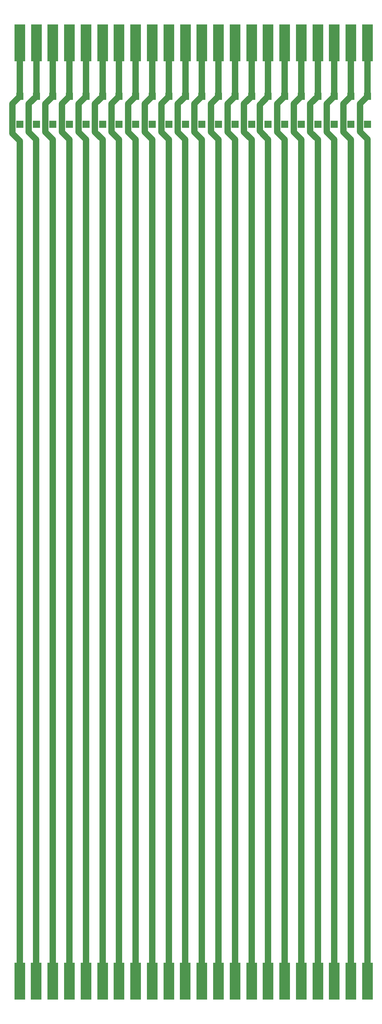
<source format=gbr>
%TF.GenerationSoftware,KiCad,Pcbnew,8.0.2*%
%TF.CreationDate,2024-05-25T21:42:51+02:00*%
%TF.ProjectId,Extender_44pin,45787465-6e64-4657-925f-343470696e2e,rev?*%
%TF.SameCoordinates,Original*%
%TF.FileFunction,Copper,L2,Bot*%
%TF.FilePolarity,Positive*%
%FSLAX46Y46*%
G04 Gerber Fmt 4.6, Leading zero omitted, Abs format (unit mm)*
G04 Created by KiCad (PCBNEW 8.0.2) date 2024-05-25 21:42:51*
%MOMM*%
%LPD*%
G01*
G04 APERTURE LIST*
%TA.AperFunction,ComponentPad*%
%ADD10R,1.700000X1.700000*%
%TD*%
%TA.AperFunction,SMDPad,CuDef*%
%ADD11R,2.600000X8.800000*%
%TD*%
%TA.AperFunction,Conductor*%
%ADD12C,1.500000*%
%TD*%
G04 APERTURE END LIST*
D10*
%TO.P,J7,1,Pin_1*%
%TO.N,/E*%
X122540000Y-58970000D03*
%TD*%
%TO.P,J12,1,Pin_1*%
%TO.N,/L*%
X142340000Y-58970000D03*
%TD*%
%TO.P,J37,1,Pin_1*%
%TO.N,/15*%
X162140000Y-65680000D03*
%TD*%
D11*
%TO.P,J1,A,Pin_A*%
%TO.N,/A*%
X106700000Y-46140000D03*
%TO.P,J1,B,Pin_B*%
%TO.N,/B*%
X110660000Y-46140000D03*
%TO.P,J1,C,Pin_C*%
%TO.N,/C*%
X114620000Y-46140000D03*
%TO.P,J1,D,Pin_D*%
%TO.N,/D*%
X118580000Y-46140000D03*
%TO.P,J1,E,Pin_E*%
%TO.N,/E*%
X122540000Y-46140000D03*
%TO.P,J1,F,Pin_F*%
%TO.N,/F*%
X126500000Y-46140000D03*
%TO.P,J1,H,Pin_H*%
%TO.N,/H*%
X130460000Y-46140000D03*
%TO.P,J1,J,Pin_J*%
%TO.N,/J*%
X134420000Y-46140000D03*
%TO.P,J1,K,Pin_K*%
%TO.N,/K*%
X138380000Y-46140000D03*
%TO.P,J1,L,Pin_L*%
%TO.N,/L*%
X142340000Y-46140000D03*
%TO.P,J1,M,Pin_M*%
%TO.N,/M*%
X146300000Y-46140000D03*
%TO.P,J1,N,Pin_N*%
%TO.N,/N*%
X150260000Y-46140000D03*
%TO.P,J1,P,Pin_P*%
%TO.N,/P*%
X154220000Y-46140000D03*
%TO.P,J1,R,Pin_R*%
%TO.N,/R*%
X158180000Y-46140000D03*
%TO.P,J1,S,Pin_S*%
%TO.N,/S*%
X162140000Y-46140000D03*
%TO.P,J1,T,Pin_T*%
%TO.N,/T*%
X166100000Y-46140000D03*
%TO.P,J1,U,Pin_U*%
%TO.N,/U*%
X170060000Y-46140000D03*
%TO.P,J1,V,Pin_V*%
%TO.N,/V*%
X174020000Y-46140000D03*
%TO.P,J1,W,Pin_W*%
%TO.N,/W*%
X177980000Y-46140000D03*
%TO.P,J1,X,Pin_X*%
%TO.N,/X*%
X181940000Y-46140000D03*
%TO.P,J1,Y,Pin_Y*%
%TO.N,/Y*%
X185900000Y-46140000D03*
%TO.P,J1,Z,Pin_Z*%
%TO.N,/Z*%
X189860000Y-46140000D03*
%TD*%
D10*
%TO.P,J24,1,Pin_1*%
%TO.N,/2*%
X110660000Y-65680000D03*
%TD*%
%TO.P,J18,1,Pin_1*%
%TO.N,/T*%
X166100000Y-58970000D03*
%TD*%
D11*
%TO.P,J2,A,Pin_A*%
%TO.N,/A*%
X106690000Y-270560000D03*
%TO.P,J2,B,Pin_B*%
%TO.N,/B*%
X110650000Y-270560000D03*
%TO.P,J2,C,Pin_C*%
%TO.N,/C*%
X114610000Y-270560000D03*
%TO.P,J2,D,Pin_D*%
%TO.N,/D*%
X118570000Y-270560000D03*
%TO.P,J2,E,Pin_E*%
%TO.N,/E*%
X122530000Y-270560000D03*
%TO.P,J2,F,Pin_F*%
%TO.N,/F*%
X126490000Y-270560000D03*
%TO.P,J2,H,Pin_H*%
%TO.N,/H*%
X130450000Y-270560000D03*
%TO.P,J2,J,Pin_J*%
%TO.N,/J*%
X134410000Y-270560000D03*
%TO.P,J2,K,Pin_K*%
%TO.N,/K*%
X138370000Y-270560000D03*
%TO.P,J2,L,Pin_L*%
%TO.N,/L*%
X142330000Y-270560000D03*
%TO.P,J2,M,Pin_M*%
%TO.N,/M*%
X146290000Y-270560000D03*
%TO.P,J2,N,Pin_N*%
%TO.N,/N*%
X150250000Y-270560000D03*
%TO.P,J2,P,Pin_P*%
%TO.N,/P*%
X154210000Y-270560000D03*
%TO.P,J2,R,Pin_R*%
%TO.N,/R*%
X158170000Y-270560000D03*
%TO.P,J2,S,Pin_S*%
%TO.N,/S*%
X162130000Y-270560000D03*
%TO.P,J2,T,Pin_T*%
%TO.N,/T*%
X166090000Y-270560000D03*
%TO.P,J2,U,Pin_U*%
%TO.N,/U*%
X170050000Y-270560000D03*
%TO.P,J2,V,Pin_V*%
%TO.N,/V*%
X174010000Y-270560000D03*
%TO.P,J2,W,Pin_W*%
%TO.N,/W*%
X177970000Y-270560000D03*
%TO.P,J2,X,Pin_X*%
%TO.N,/X*%
X181930000Y-270560000D03*
%TO.P,J2,Y,Pin_Y*%
%TO.N,/Y*%
X185890000Y-270560000D03*
%TO.P,J2,Z,Pin_Z*%
%TO.N,/Z*%
X189850000Y-270560000D03*
%TD*%
D10*
%TO.P,J10,1,Pin_1*%
%TO.N,/J*%
X134420000Y-58970000D03*
%TD*%
%TO.P,J11,1,Pin_1*%
%TO.N,/K*%
X138380000Y-58970000D03*
%TD*%
%TO.P,J22,1,Pin_1*%
%TO.N,/X*%
X181940000Y-58970000D03*
%TD*%
%TO.P,J3,1,Pin_1*%
%TO.N,/A*%
X106700000Y-58970000D03*
%TD*%
%TO.P,J34,1,Pin_1*%
%TO.N,/12*%
X150260000Y-65680000D03*
%TD*%
%TO.P,J4,1,Pin_1*%
%TO.N,/B*%
X110660000Y-58970000D03*
%TD*%
%TO.P,J25,1,Pin_1*%
%TO.N,/3*%
X114620000Y-65680000D03*
%TD*%
%TO.P,J8,1,Pin_1*%
%TO.N,/F*%
X126500000Y-58970000D03*
%TD*%
%TO.P,J14,1,Pin_1*%
%TO.N,/N*%
X150260000Y-58970000D03*
%TD*%
%TO.P,J6,1,Pin_1*%
%TO.N,/D*%
X118580000Y-58970000D03*
%TD*%
%TO.P,J16,1,Pin_1*%
%TO.N,/R*%
X158180000Y-58970000D03*
%TD*%
%TO.P,J23,1,Pin_1*%
%TO.N,/1*%
X106700000Y-65680000D03*
%TD*%
%TO.P,J31,1,Pin_1*%
%TO.N,/9*%
X138380000Y-65680000D03*
%TD*%
%TO.P,J21,1,Pin_1*%
%TO.N,/W*%
X177980000Y-58970000D03*
%TD*%
%TO.P,J17,1,Pin_1*%
%TO.N,/S*%
X162140000Y-58970000D03*
%TD*%
%TO.P,J9,1,Pin_1*%
%TO.N,/H*%
X130460000Y-58970000D03*
%TD*%
%TO.P,J28,1,Pin_1*%
%TO.N,/6*%
X126500000Y-65680000D03*
%TD*%
%TO.P,J20,1,Pin_1*%
%TO.N,/V*%
X174020000Y-58970000D03*
%TD*%
%TO.P,J36,1,Pin_1*%
%TO.N,/14*%
X158180000Y-65680000D03*
%TD*%
%TO.P,J5,1,Pin_1*%
%TO.N,/C*%
X114620000Y-58970000D03*
%TD*%
%TO.P,J32,1,Pin_1*%
%TO.N,/10*%
X142340000Y-65680000D03*
%TD*%
%TO.P,J35,1,Pin_1*%
%TO.N,/13*%
X154220000Y-65680000D03*
%TD*%
%TO.P,J43,1,Pin_1*%
%TO.N,/21*%
X185900000Y-65680000D03*
%TD*%
%TO.P,J38,1,Pin_1*%
%TO.N,/16*%
X166100000Y-65680000D03*
%TD*%
%TO.P,J41,1,Pin_1*%
%TO.N,/19*%
X177980000Y-65680000D03*
%TD*%
%TO.P,J13,1,Pin_1*%
%TO.N,/M*%
X146300000Y-58970000D03*
%TD*%
%TO.P,J40,1,Pin_1*%
%TO.N,/18*%
X174020000Y-65680000D03*
%TD*%
%TO.P,J29,1,Pin_1*%
%TO.N,/7*%
X130460000Y-65680000D03*
%TD*%
%TO.P,J44,1,Pin_1*%
%TO.N,/22*%
X189860000Y-65680000D03*
%TD*%
%TO.P,J27,1,Pin_1*%
%TO.N,/5*%
X122540000Y-65680000D03*
%TD*%
%TO.P,J30,1,Pin_1*%
%TO.N,/8*%
X134420000Y-65680000D03*
%TD*%
%TO.P,J26,1,Pin_1*%
%TO.N,/4*%
X118580000Y-65680000D03*
%TD*%
%TO.P,J45,1,Pin_1*%
%TO.N,/Y*%
X185900000Y-58970000D03*
%TD*%
%TO.P,J15,1,Pin_1*%
%TO.N,/P*%
X154220000Y-58970000D03*
%TD*%
%TO.P,J19,1,Pin_1*%
%TO.N,/U*%
X170060000Y-58970000D03*
%TD*%
%TO.P,J39,1,Pin_1*%
%TO.N,/17*%
X170060000Y-65680000D03*
%TD*%
%TO.P,J42,1,Pin_1*%
%TO.N,/20*%
X181940000Y-65680000D03*
%TD*%
%TO.P,J46,1,Pin_1*%
%TO.N,/Z*%
X189860000Y-58970000D03*
%TD*%
%TO.P,J33,1,Pin_1*%
%TO.N,/11*%
X146300000Y-65680000D03*
%TD*%
D12*
%TO.N,/E*%
X122540000Y-46140000D02*
X122540000Y-58970000D01*
X120740000Y-60770000D02*
X122540000Y-58970000D01*
X120740000Y-67480000D02*
X120740000Y-60770000D01*
X122530000Y-69270000D02*
X120740000Y-67480000D01*
X122530000Y-270560000D02*
X122530000Y-69270000D01*
%TO.N,/C*%
X114610000Y-270560000D02*
X114610000Y-69270000D01*
X112820000Y-60770000D02*
X114620000Y-58970000D01*
X112820000Y-67480000D02*
X112820000Y-60770000D01*
X114620000Y-46140000D02*
X114620000Y-58970000D01*
X114610000Y-69270000D02*
X112820000Y-67480000D01*
%TO.N,/Z*%
X189850000Y-267460000D02*
X189860000Y-267450000D01*
X188060000Y-60770000D02*
X189860000Y-58970000D01*
X189850000Y-270560000D02*
X189850000Y-267460000D01*
X189860000Y-46140000D02*
X189860000Y-58970000D01*
X189860000Y-267450000D02*
X189860000Y-69210000D01*
X189860000Y-69210000D02*
X188060000Y-67410000D01*
X188060000Y-67410000D02*
X188060000Y-60770000D01*
%TO.N,/F*%
X126490000Y-270560000D02*
X126490000Y-69270000D01*
X124700000Y-67480000D02*
X124700000Y-60770000D01*
X124700000Y-60770000D02*
X126500000Y-58970000D01*
X126500000Y-46140000D02*
X126500000Y-58970000D01*
X126490000Y-69270000D02*
X124700000Y-67480000D01*
%TO.N,/W*%
X177970000Y-270560000D02*
X177970000Y-69270000D01*
X177980000Y-46140000D02*
X177980000Y-58970000D01*
X176180000Y-67480000D02*
X176180000Y-60770000D01*
X176180000Y-60770000D02*
X177980000Y-58970000D01*
X177970000Y-69270000D02*
X176180000Y-67480000D01*
%TO.N,/T*%
X164090000Y-60980000D02*
X166100000Y-58970000D01*
X166090000Y-270560000D02*
X166090000Y-69270000D01*
X166100000Y-46140000D02*
X166100000Y-58970000D01*
X166090000Y-69270000D02*
X164090000Y-67270000D01*
X164090000Y-67270000D02*
X164090000Y-60980000D01*
%TO.N,/K*%
X138370000Y-270560000D02*
X138370000Y-69270000D01*
X136580000Y-67480000D02*
X136580000Y-60770000D01*
X138370000Y-69270000D02*
X136580000Y-67480000D01*
X136580000Y-60770000D02*
X138380000Y-58970000D01*
X138380000Y-46140000D02*
X138380000Y-58970000D01*
%TO.N,/B*%
X110650000Y-69270000D02*
X108860000Y-67480000D01*
X110660000Y-46140000D02*
X110660000Y-58970000D01*
X108860000Y-67480000D02*
X108860000Y-60770000D01*
X110650000Y-270560000D02*
X110650000Y-69270000D01*
X108860000Y-60770000D02*
X110660000Y-58970000D01*
%TO.N,/D*%
X118570000Y-69270000D02*
X116780000Y-67480000D01*
X118580000Y-46140000D02*
X118580000Y-58970000D01*
X116780000Y-60770000D02*
X118580000Y-58970000D01*
X116780000Y-67480000D02*
X116780000Y-60770000D01*
X118570000Y-270560000D02*
X118570000Y-69270000D01*
%TO.N,/V*%
X172220000Y-67480000D02*
X172220000Y-60770000D01*
X174010000Y-69270000D02*
X172220000Y-67480000D01*
X172220000Y-60770000D02*
X174020000Y-58970000D01*
X174010000Y-270560000D02*
X174010000Y-69270000D01*
X174020000Y-46140000D02*
X174020000Y-58970000D01*
%TO.N,/H*%
X130460000Y-46140000D02*
X130460000Y-58970000D01*
X128660000Y-67480000D02*
X128660000Y-60770000D01*
X130450000Y-270560000D02*
X130450000Y-69270000D01*
X130450000Y-69270000D02*
X128660000Y-67480000D01*
X128660000Y-60770000D02*
X130460000Y-58970000D01*
%TO.N,/J*%
X132620000Y-67480000D02*
X132620000Y-60770000D01*
X132620000Y-60770000D02*
X134420000Y-58970000D01*
X134410000Y-270560000D02*
X134410000Y-69270000D01*
X134420000Y-46140000D02*
X134420000Y-58970000D01*
X134410000Y-69270000D02*
X132620000Y-67480000D01*
%TO.N,/N*%
X150250000Y-270560000D02*
X150250000Y-69270000D01*
X150250000Y-69270000D02*
X148460000Y-67480000D01*
X148460000Y-60770000D02*
X150260000Y-58970000D01*
X150260000Y-46140000D02*
X150260000Y-58970000D01*
X148460000Y-67480000D02*
X148460000Y-60770000D01*
%TO.N,/S*%
X160340000Y-60770000D02*
X162140000Y-58970000D01*
X162130000Y-270560000D02*
X162130000Y-69270000D01*
X160340000Y-67480000D02*
X160340000Y-60770000D01*
X162130000Y-69270000D02*
X160340000Y-67480000D01*
X162140000Y-46140000D02*
X162140000Y-58970000D01*
%TO.N,/A*%
X106690000Y-270560000D02*
X106690000Y-69670000D01*
X106690000Y-69670000D02*
X104900000Y-67880000D01*
X104900000Y-67880000D02*
X104900000Y-60770000D01*
X104900000Y-60770000D02*
X106700000Y-58970000D01*
X106700000Y-46140000D02*
X106700000Y-58970000D01*
%TO.N,/X*%
X180140000Y-67480000D02*
X180140000Y-60770000D01*
X181930000Y-69270000D02*
X180140000Y-67480000D01*
X180140000Y-60770000D02*
X181940000Y-58970000D01*
X181940000Y-46140000D02*
X181940000Y-58970000D01*
X181930000Y-270560000D02*
X181930000Y-69270000D01*
%TO.N,/M*%
X144500000Y-67480000D02*
X144500000Y-60770000D01*
X146290000Y-69270000D02*
X144500000Y-67480000D01*
X146300000Y-46140000D02*
X146300000Y-58970000D01*
X146290000Y-270560000D02*
X146290000Y-69270000D01*
X144500000Y-60770000D02*
X146300000Y-58970000D01*
%TO.N,/P*%
X154210000Y-270560000D02*
X154210000Y-69270000D01*
X152420000Y-67480000D02*
X152420000Y-60770000D01*
X152420000Y-60770000D02*
X154220000Y-58970000D01*
X154210000Y-69270000D02*
X152420000Y-67480000D01*
X154220000Y-46140000D02*
X154220000Y-58970000D01*
%TO.N,/L*%
X142340000Y-46140000D02*
X142340000Y-58970000D01*
X142330000Y-270560000D02*
X142330000Y-69270000D01*
X140540000Y-67480000D02*
X140540000Y-60770000D01*
X142330000Y-69270000D02*
X140540000Y-67480000D01*
X140540000Y-60770000D02*
X142340000Y-58970000D01*
%TO.N,/U*%
X170050000Y-270560000D02*
X170050000Y-69270000D01*
X168260000Y-67480000D02*
X168260000Y-60770000D01*
X170060000Y-46140000D02*
X170060000Y-58970000D01*
X168260000Y-60770000D02*
X170060000Y-58970000D01*
X170050000Y-69270000D02*
X168260000Y-67480000D01*
%TO.N,/Y*%
X185890000Y-270560000D02*
X185890000Y-69270000D01*
X185890000Y-69270000D02*
X184100000Y-67480000D01*
X184100000Y-60770000D02*
X185900000Y-58970000D01*
X185900000Y-46140000D02*
X185900000Y-58970000D01*
X184100000Y-67480000D02*
X184100000Y-60770000D01*
%TO.N,/R*%
X156380000Y-60770000D02*
X158180000Y-58970000D01*
X158170000Y-69270000D02*
X156380000Y-67480000D01*
X158180000Y-46140000D02*
X158180000Y-58970000D01*
X158170000Y-270560000D02*
X158170000Y-69270000D01*
X156380000Y-67480000D02*
X156380000Y-60770000D01*
%TD*%
M02*

</source>
